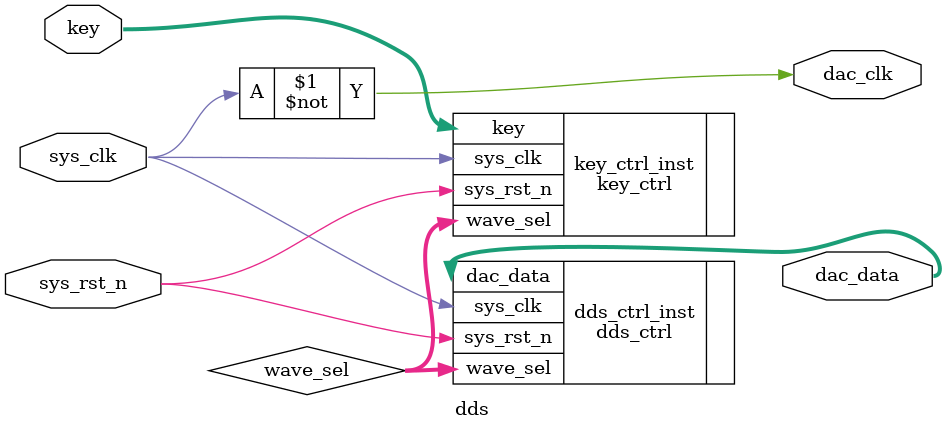
<source format=v>
module  dds
(
    input   wire            sys_clk     ,
    input   wire            sys_rst_n   ,
    input   wire    [3:0]   key         ,

    output  wire            dac_clk     ,
    output  wire    [7:0]   dac_data
);

wire    [3:0]   wave_sel;
assign  dac_clk = ~sys_clk;

key_ctrl    key_ctrl_inst
(
    .sys_clk     (sys_clk),
    .sys_rst_n   (sys_rst_n),
    .key         (key),

    .wave_sel    (wave_sel)
);

dds_ctrl    dds_ctrl_inst
(
    .sys_clk     (sys_clk),
    .sys_rst_n   (sys_rst_n),
    .wave_sel    (wave_sel),

    .dac_data    (dac_data)
);

endmodule

</source>
